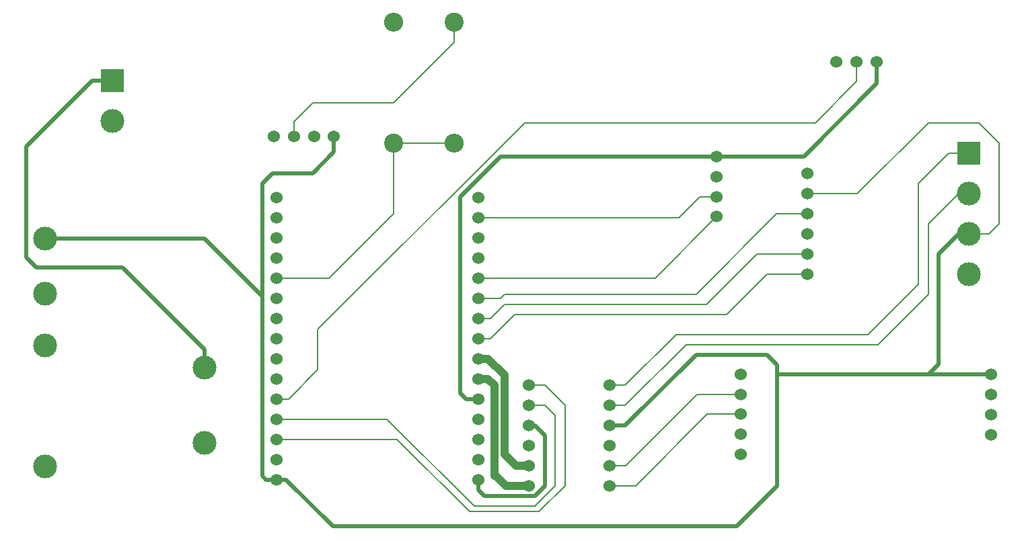
<source format=gbr>
%TF.GenerationSoftware,KiCad,Pcbnew,8.0.4*%
%TF.CreationDate,2024-11-11T21:26:13-05:00*%
%TF.ProjectId,Calidad_aire,43616c69-6461-4645-9f61-6972652e6b69,rev?*%
%TF.SameCoordinates,Original*%
%TF.FileFunction,Profile,NP*%
%FSLAX46Y46*%
G04 Gerber Fmt 4.6, Leading zero omitted, Abs format (unit mm)*
G04 Created by KiCad (PCBNEW 8.0.4) date 2024-11-11 21:26:13*
%MOMM*%
%LPD*%
G01*
G04 APERTURE LIST*
%TA.AperFunction,ComponentPad*%
%ADD10C,3.000000*%
%TD*%
%TA.AperFunction,ComponentPad*%
%ADD11R,3.000000X3.000000*%
%TD*%
%TA.AperFunction,ComponentPad*%
%ADD12C,1.530000*%
%TD*%
%TA.AperFunction,ComponentPad*%
%ADD13C,2.400000*%
%TD*%
%TA.AperFunction,ComponentPad*%
%ADD14O,2.400000X2.400000*%
%TD*%
%TA.AperFunction,Conductor*%
%ADD15C,0.500000*%
%TD*%
%TA.AperFunction,Conductor*%
%ADD16C,0.200000*%
%TD*%
%TA.AperFunction,Conductor*%
%ADD17C,1.000000*%
%TD*%
G04 APERTURE END LIST*
D10*
%TO.P,U3,1,VOUT+*%
%TO.N,5V*%
X148375000Y-108175000D03*
%TO.P,U3,2,VOUT-*%
%TO.N,GND*%
X148375000Y-115075000D03*
%TO.P,U3,3,IN+*%
%TO.N,unconnected-(U3-IN+-Pad3)*%
X148375000Y-121575000D03*
%TO.P,U3,4,IN-*%
%TO.N,unconnected-(U3-IN--Pad4)*%
X148375000Y-136875000D03*
%TO.P,U3,5,BAT+*%
%TO.N,Net-(BT1-+)*%
X168475000Y-124375000D03*
%TO.P,U3,6,BAT-*%
%TO.N,GND*%
X168475000Y-133875000D03*
%TD*%
D11*
%TO.P,BT1,1,+*%
%TO.N,Net-(BT1-+)*%
X156845000Y-88265000D03*
D10*
%TO.P,BT1,2,-*%
%TO.N,GND*%
X156845000Y-93345000D03*
%TD*%
D12*
%TO.P,A1,1,5V*%
%TO.N,5V*%
X184745000Y-95250000D03*
%TO.P,A1,2,GND*%
%TO.N,GND*%
X177165000Y-95250000D03*
%TO.P,A1,3,DO*%
%TO.N,Net-(A1-DO)*%
X179705000Y-95250000D03*
%TO.P,A1,4,AO*%
%TO.N,unconnected-(A1-AO-Pad4)*%
X182245000Y-95250000D03*
%TD*%
D11*
%TO.P,A2,1,RX*%
%TO.N,TX0_5V*%
X264635000Y-97380000D03*
D10*
%TO.P,A2,2,TX*%
%TO.N,RX0_5V*%
X264635000Y-102460000D03*
%TO.P,A2,3,5V*%
%TO.N,5V*%
X264635000Y-107540000D03*
%TO.P,A2,4,GND*%
%TO.N,GND*%
X264635000Y-112620000D03*
%TD*%
D12*
%TO.P,A4,1,SDA*%
%TO.N,SDA*%
X232885000Y-105370000D03*
%TO.P,A4,2,SCK*%
%TO.N,SCK*%
X232885000Y-102870000D03*
%TO.P,A4,3,VCC*%
%TO.N,3.3V*%
X232885000Y-97790000D03*
%TO.P,A4,4,GND*%
%TO.N,GND*%
X232885000Y-100330000D03*
%TD*%
D13*
%TO.P,R1,1*%
%TO.N,Net-(A1-DO)*%
X199865000Y-80870000D03*
D14*
%TO.P,R1,2*%
%TO.N,AO_MQ_135*%
X199865000Y-96110000D03*
%TD*%
D12*
%TO.P,J1,1,5V*%
%TO.N,5V*%
X244315000Y-102500000D03*
%TO.P,J1,2,CS*%
%TO.N,SD_SS*%
X244315000Y-112620000D03*
%TO.P,J1,3,MOSI*%
%TO.N,SD_MOSI*%
X244315000Y-107540000D03*
%TO.P,J1,4,CLK*%
%TO.N,SD_CLK*%
X244315000Y-110080000D03*
%TO.P,J1,5,MISO*%
%TO.N,SD_MISO*%
X244315000Y-105040000D03*
%TO.P,J1,6,GND*%
%TO.N,GND*%
X244315000Y-99960000D03*
%TD*%
D13*
%TO.P,R2,1*%
%TO.N,AO_MQ_135*%
X192245000Y-96110000D03*
D14*
%TO.P,R2,2*%
%TO.N,GND*%
X192245000Y-80870000D03*
%TD*%
D12*
%TO.P,A3,*%
%TO.N,*%
X267470000Y-132850000D03*
X267470000Y-130310000D03*
X235990000Y-135360000D03*
X235990000Y-132820000D03*
X235990000Y-125240000D03*
%TO.P,A3,1,RX*%
%TO.N,TX2_5V*%
X235990000Y-127780000D03*
%TO.P,A3,2,TX*%
%TO.N,RX2_5V*%
X235990000Y-130280000D03*
%TO.P,A3,3,5V*%
%TO.N,5V*%
X267470000Y-125230000D03*
%TO.P,A3,4,GND*%
%TO.N,GND*%
X267470000Y-127770000D03*
%TD*%
%TO.P,U2,*%
%TO.N,*%
X209265000Y-134210000D03*
%TO.P,U2,1,VCCA*%
%TO.N,5V*%
X219425000Y-131710000D03*
%TO.P,U2,2,A1*%
%TO.N,TX0_5V*%
X219425000Y-126630000D03*
%TO.P,U2,3,A2*%
%TO.N,RX0_5V*%
X219425000Y-129170000D03*
%TO.P,U2,4,A3*%
%TO.N,TX2_5V*%
X219425000Y-136750000D03*
%TO.P,U2,5,A4*%
%TO.N,RX2_5V*%
X219425000Y-139290000D03*
%TO.P,U2,7,GND*%
%TO.N,GND*%
X219425000Y-134210000D03*
%TO.P,U2,10,B4*%
%TO.N,RX2_3V*%
X209265000Y-139290000D03*
%TO.P,U2,11,B3*%
%TO.N,TX2_3V*%
X209265000Y-136750000D03*
%TO.P,U2,12,B2*%
%TO.N,RX0_3V*%
X209265000Y-129130000D03*
%TO.P,U2,13,B1*%
%TO.N,TX0_3V*%
X209265000Y-126590000D03*
%TO.P,U2,14,VCCB*%
%TO.N,3.3V*%
X209265000Y-131670000D03*
%TD*%
%TO.P,A5,1,VDD*%
%TO.N,3.3V*%
X253075000Y-85900000D03*
%TO.P,A5,2,DATA*%
%TO.N,DHT_22*%
X250535000Y-85900000D03*
%TO.P,A5,3,GND*%
%TO.N,GND*%
X247995000Y-85900000D03*
%TD*%
%TO.P,U1,1,EN*%
%TO.N,unconnected-(U1-EN-Pad1)*%
X177560000Y-102940000D03*
%TO.P,U1,2,GPIO36_ADC-CH0_SENS-VP_RTC-GPIO0*%
%TO.N,unconnected-(U1-GPIO36_ADC-CH0_SENS-VP_RTC-GPIO0-Pad2)*%
X177560000Y-105480000D03*
%TO.P,U1,3,GPIO39_ADC1-CH3_SENS-VN_RTC-GPIO3*%
%TO.N,unconnected-(U1-GPIO39_ADC1-CH3_SENS-VN_RTC-GPIO3-Pad3)*%
X177560000Y-108020000D03*
%TO.P,U1,4,GPIO34_ADC1-CH6_RTC-GPIO4*%
%TO.N,unconnected-(U1-GPIO34_ADC1-CH6_RTC-GPIO4-Pad4)*%
X177560000Y-110560000D03*
%TO.P,U1,5,GPIO35_ADC1-CH7_RTC-GPIO5*%
%TO.N,AO_MQ_135*%
X177560000Y-113100000D03*
%TO.P,U1,6,GPIO32_ADC1-CH4_RTC-GPIO9*%
%TO.N,unconnected-(U1-GPIO32_ADC1-CH4_RTC-GPIO9-Pad6)*%
X177560000Y-115640000D03*
%TO.P,U1,7,GPIO33_ADC1-CH5_RTC-GPIO8*%
%TO.N,unconnected-(U1-GPIO33_ADC1-CH5_RTC-GPIO8-Pad7)*%
X177560000Y-118180000D03*
%TO.P,U1,8,GPIO25_ADC2-CH8_DAC1_RTC-GPIO6*%
%TO.N,unconnected-(U1-GPIO25_ADC2-CH8_DAC1_RTC-GPIO6-Pad8)*%
X177560000Y-120720000D03*
%TO.P,U1,9,GPIO26_ADC2-CH9_DAC2_RTC-GPIO7*%
%TO.N,unconnected-(U1-GPIO26_ADC2-CH9_DAC2_RTC-GPIO7-Pad9)*%
X177560000Y-123260000D03*
%TO.P,U1,10,GPIO27_ADC2-CH7_RTC-GPIO17*%
%TO.N,unconnected-(U1-GPIO27_ADC2-CH7_RTC-GPIO17-Pad10)*%
X177560000Y-125800000D03*
%TO.P,U1,11,GPIO14_ADC2-CH6_HSPI-CLK_RTC-GPIO16*%
%TO.N,DHT_22*%
X177560000Y-128340000D03*
%TO.P,U1,12,GPIO12_ADC2-CH5_HSPI-MISO_RTC-GPIO15*%
%TO.N,RX0_3V*%
X177560000Y-130880000D03*
%TO.P,U1,13,GPIO13_ADC2-CH4_HSPI-MOSI_RTC-GPIO14*%
%TO.N,TX0_3V*%
X177560000Y-133420000D03*
%TO.P,U1,14,GND*%
%TO.N,GND*%
X177560000Y-135960000D03*
%TO.P,U1,15,VIN*%
%TO.N,5V*%
X177560000Y-138500000D03*
%TO.P,U1,16,3V3*%
%TO.N,3.3V*%
X202960000Y-138500000D03*
%TO.P,U1,17,GND*%
%TO.N,unconnected-(U1-GND-Pad17)*%
X202960000Y-135960000D03*
%TO.P,U1,18,GPIO15_ADC2-CH3_HSPI-CS0_RTC-GPIO13*%
%TO.N,unconnected-(U1-GPIO15_ADC2-CH3_HSPI-CS0_RTC-GPIO13-Pad18)*%
X202960000Y-133420000D03*
%TO.P,U1,19,GPIO2_ADC2-CH2_RTC-GPIO12*%
%TO.N,unconnected-(U1-GPIO2_ADC2-CH2_RTC-GPIO12-Pad19)*%
X202960000Y-130880000D03*
%TO.P,U1,20,GPIO4_ADC2-CH0_RTC-GPIO10*%
%TO.N,3.3V*%
X202960000Y-128340000D03*
%TO.P,U1,21,GPIO16_UART2-RX*%
%TO.N,RX2_3V*%
X202960000Y-125800000D03*
%TO.P,U1,22,GPIO17_UART2-TX*%
%TO.N,TX2_3V*%
X202960000Y-123260000D03*
%TO.P,U1,23,GPIO5_VSPI-CS0*%
%TO.N,SD_SS*%
X202960000Y-120720000D03*
%TO.P,U1,24,GPIO18_VSPI-CLK*%
%TO.N,SD_CLK*%
X202960000Y-118180000D03*
%TO.P,U1,25,GPIO19_VSPI-MISO*%
%TO.N,SD_MISO*%
X202960000Y-115640000D03*
%TO.P,U1,26,GPIO21_I2C-SDA*%
%TO.N,SDA*%
X202960000Y-113100000D03*
%TO.P,U1,27,GPIO3__UART0-RX*%
%TO.N,unconnected-(U1-GPIO3__UART0-RX-Pad27)*%
X202960000Y-110560000D03*
%TO.P,U1,28,GPIO1_UART0-TX*%
%TO.N,unconnected-(U1-GPIO1_UART0-TX-Pad28)*%
X202960000Y-108020000D03*
%TO.P,U1,29,GPIO22_I2C-SCL*%
%TO.N,SCK*%
X202960000Y-105480000D03*
%TO.P,U1,30,GPIO23_VSPI-MOSI*%
%TO.N,SD_MOSI*%
X202960000Y-102940000D03*
%TD*%
D15*
%TO.N,3.3V*%
X201365000Y-128340000D02*
X202960000Y-128340000D01*
X200660000Y-127635000D02*
X201365000Y-128340000D01*
X200660000Y-102870000D02*
X200660000Y-127635000D01*
X205740000Y-97790000D02*
X200660000Y-102870000D01*
X232885000Y-97790000D02*
X205740000Y-97790000D01*
%TO.N,Net-(BT1-+)*%
X158115000Y-111760000D02*
X168475000Y-122120000D01*
X168475000Y-122120000D02*
X168475000Y-124375000D01*
X147320000Y-111760000D02*
X158115000Y-111760000D01*
X146050000Y-110490000D02*
X147320000Y-111760000D01*
X154305000Y-88265000D02*
X146050000Y-96520000D01*
X146050000Y-96520000D02*
X146050000Y-110490000D01*
X156845000Y-88265000D02*
X154305000Y-88265000D01*
%TO.N,5V*%
X175735000Y-115410000D02*
X175735000Y-115570000D01*
X175735000Y-115570000D02*
X175735000Y-138020000D01*
X175735000Y-101190000D02*
X175735000Y-115570000D01*
X148375000Y-108175000D02*
X168500000Y-108175000D01*
X168500000Y-108175000D02*
X175735000Y-115410000D01*
D16*
%TO.N,RX0_3V*%
X211295000Y-129130000D02*
X209265000Y-129130000D01*
X212565000Y-130400000D02*
X211295000Y-129130000D01*
X202405000Y-141830000D02*
X210025000Y-141830000D01*
X191455000Y-130880000D02*
X202405000Y-141830000D01*
X177560000Y-130880000D02*
X191455000Y-130880000D01*
X210025000Y-141830000D02*
X212565000Y-139290000D01*
X212565000Y-139290000D02*
X212565000Y-130400000D01*
%TO.N,TX0_3V*%
X201855000Y-142550000D02*
X192725000Y-133420000D01*
X192725000Y-133420000D02*
X177560000Y-133420000D01*
X210575000Y-142550000D02*
X201855000Y-142550000D01*
X213835000Y-129130000D02*
X213835000Y-139290000D01*
X213835000Y-139290000D02*
X210575000Y-142550000D01*
X211295000Y-126590000D02*
X213835000Y-129130000D01*
X209265000Y-126590000D02*
X211295000Y-126590000D01*
%TO.N,DHT_22*%
X245325000Y-93570000D02*
X208755000Y-93570000D01*
X250535000Y-88360000D02*
X245325000Y-93570000D01*
X177560000Y-128340000D02*
X179065000Y-128340000D01*
X179065000Y-128340000D02*
X182720000Y-124685000D01*
X250535000Y-85900000D02*
X250535000Y-88360000D01*
X208755000Y-93570000D02*
X182720000Y-119605000D01*
X182720000Y-124685000D02*
X182720000Y-119605000D01*
%TO.N,TX2_5V*%
X219425000Y-136750000D02*
X221455000Y-136750000D01*
X230425000Y-127780000D02*
X235990000Y-127780000D01*
X221455000Y-136750000D02*
X230425000Y-127780000D01*
%TO.N,SDA*%
X225155000Y-113100000D02*
X202960000Y-113100000D01*
X232885000Y-105370000D02*
X225155000Y-113100000D01*
%TO.N,SD_SS*%
X204465000Y-120720000D02*
X202960000Y-120720000D01*
X244315000Y-112620000D02*
X239235000Y-112620000D01*
X234155000Y-117700000D02*
X207485000Y-117700000D01*
X207485000Y-117700000D02*
X204465000Y-120720000D01*
X239235000Y-112620000D02*
X234155000Y-117700000D01*
D15*
%TO.N,3.3V*%
X253075000Y-85900000D02*
X253075000Y-88620000D01*
X211295000Y-132940000D02*
X211295000Y-139290000D01*
X203675000Y-140560000D02*
X202960000Y-139845000D01*
X210025000Y-140560000D02*
X203675000Y-140560000D01*
X253075000Y-88620000D02*
X243905000Y-97790000D01*
X209265000Y-131670000D02*
X210025000Y-131670000D01*
X202960000Y-139845000D02*
X202960000Y-138500000D01*
X211295000Y-139290000D02*
X210025000Y-140560000D01*
X243905000Y-97790000D02*
X232885000Y-97790000D01*
X210025000Y-131670000D02*
X211295000Y-132940000D01*
D16*
%TO.N,TX0_5V*%
X227805000Y-120240000D02*
X221415000Y-126630000D01*
X264635000Y-97380000D02*
X262095000Y-97380000D01*
X251935000Y-120240000D02*
X240505000Y-120240000D01*
X240505000Y-120240000D02*
X227805000Y-120240000D01*
X258285000Y-101190000D02*
X258285000Y-113890000D01*
X221415000Y-126630000D02*
X219425000Y-126630000D01*
X258285000Y-113890000D02*
X251935000Y-120240000D01*
X262095000Y-97380000D02*
X258285000Y-101190000D01*
%TO.N,RX2_5V*%
X219425000Y-139290000D02*
X222725000Y-139290000D01*
X231735000Y-130280000D02*
X235990000Y-130280000D01*
X222725000Y-139290000D02*
X231735000Y-130280000D01*
%TO.N,SD_MISO*%
X206215000Y-115160000D02*
X205735000Y-115640000D01*
X205735000Y-115640000D02*
X202960000Y-115640000D01*
X240465000Y-105040000D02*
X230345000Y-115160000D01*
X244315000Y-105040000D02*
X240465000Y-105040000D01*
X230345000Y-115160000D02*
X206215000Y-115160000D01*
%TO.N,SD_CLK*%
X237965000Y-110080000D02*
X231615000Y-116430000D01*
X204465000Y-118180000D02*
X202960000Y-118180000D01*
X231615000Y-116430000D02*
X206215000Y-116430000D01*
X244315000Y-110080000D02*
X237965000Y-110080000D01*
X206215000Y-116430000D02*
X204465000Y-118180000D01*
%TO.N,SCK*%
X232885000Y-102870000D02*
X230755000Y-102870000D01*
X228145000Y-105480000D02*
X202960000Y-105480000D01*
X230755000Y-102870000D02*
X228145000Y-105480000D01*
%TO.N,RX0_5V*%
X263365000Y-102460000D02*
X259555000Y-106270000D01*
X229075000Y-121510000D02*
X221415000Y-129170000D01*
X221415000Y-129170000D02*
X219425000Y-129170000D01*
X259555000Y-115160000D02*
X253205000Y-121510000D01*
X253205000Y-121510000D02*
X240505000Y-121510000D01*
X259555000Y-106270000D02*
X259555000Y-115160000D01*
X240505000Y-121510000D02*
X229075000Y-121510000D01*
X264635000Y-102460000D02*
X263365000Y-102460000D01*
D15*
%TO.N,5V*%
X260825000Y-123960000D02*
X259555000Y-125230000D01*
X221415000Y-131710000D02*
X230345000Y-122780000D01*
D16*
X250625000Y-102500000D02*
X244315000Y-102500000D01*
D15*
X240505000Y-139290000D02*
X235425000Y-144370000D01*
D16*
X268445000Y-106270000D02*
X268445000Y-96110000D01*
X267175000Y-107540000D02*
X268445000Y-106270000D01*
X240595000Y-125230000D02*
X240505000Y-125320000D01*
D15*
X239235000Y-122780000D02*
X240505000Y-124050000D01*
D16*
X264635000Y-107540000D02*
X263365000Y-107540000D01*
D15*
X177005000Y-99920000D02*
X175735000Y-101190000D01*
X219425000Y-131710000D02*
X221415000Y-131710000D01*
X240505000Y-125320000D02*
X240505000Y-139290000D01*
D16*
X268445000Y-96110000D02*
X265905000Y-93570000D01*
D15*
X177560000Y-138500000D02*
X178755000Y-138500000D01*
X235425000Y-144370000D02*
X184625000Y-144370000D01*
X260825000Y-110080000D02*
X260825000Y-123960000D01*
X230345000Y-122780000D02*
X239235000Y-122780000D01*
X240505000Y-124050000D02*
X240505000Y-125320000D01*
D16*
X264635000Y-107540000D02*
X267175000Y-107540000D01*
D15*
X175735000Y-138020000D02*
X176215000Y-138500000D01*
X178755000Y-138500000D02*
X184625000Y-144370000D01*
X267470000Y-125230000D02*
X259555000Y-125230000D01*
X184745000Y-97260000D02*
X182085000Y-99920000D01*
X182085000Y-99920000D02*
X177005000Y-99920000D01*
X263365000Y-107540000D02*
X260825000Y-110080000D01*
X176215000Y-138500000D02*
X177560000Y-138500000D01*
D16*
X265905000Y-93570000D02*
X259555000Y-93570000D01*
D15*
X184745000Y-95250000D02*
X184745000Y-97260000D01*
D16*
X259555000Y-93570000D02*
X250625000Y-102500000D01*
D15*
X259555000Y-125230000D02*
X240595000Y-125230000D01*
D16*
%TO.N,AO_MQ_135*%
X192245000Y-96110000D02*
X199865000Y-96110000D01*
X192245000Y-105000000D02*
X184145000Y-113100000D01*
X192245000Y-96110000D02*
X192245000Y-105000000D01*
X184145000Y-113100000D02*
X177560000Y-113100000D01*
%TO.N,Net-(A1-DO)*%
X199865000Y-83410000D02*
X192245000Y-91030000D01*
X179705000Y-93410000D02*
X179705000Y-95250000D01*
X192245000Y-91030000D02*
X182085000Y-91030000D01*
X199865000Y-80870000D02*
X199865000Y-83410000D01*
X182085000Y-91030000D02*
X179705000Y-93410000D01*
D17*
%TO.N,TX2_3V*%
X206215000Y-135330000D02*
X207635000Y-136750000D01*
X206215000Y-125320000D02*
X206215000Y-135330000D01*
X202960000Y-123260000D02*
X204155000Y-123260000D01*
X207635000Y-136750000D02*
X209265000Y-136750000D01*
X204155000Y-123260000D02*
X206215000Y-125320000D01*
%TO.N,RX2_3V*%
X202960000Y-125800000D02*
X204155000Y-125800000D01*
X206365000Y-139290000D02*
X209265000Y-139290000D01*
X204945000Y-126590000D02*
X204945000Y-138020000D01*
X205095000Y-138020000D02*
X206365000Y-139290000D01*
X204155000Y-125800000D02*
X204945000Y-126590000D01*
X204945000Y-138020000D02*
X205095000Y-138020000D01*
%TD*%
M02*

</source>
